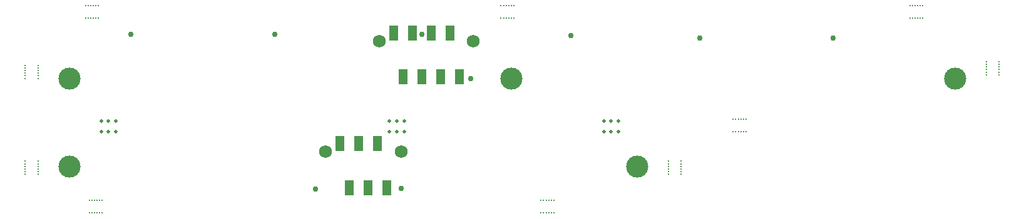
<source format=gbs>
G75*
%MOIN*%
%OFA0B0*%
%FSLAX25Y25*%
%IPPOS*%
%LPD*%
%AMOC8*
5,1,8,0,0,1.08239X$1,22.5*
%
%ADD10C,0.01969*%
%ADD11C,0.00984*%
%ADD12R,0.04700X0.07900*%
%ADD13C,0.06900*%
%ADD14C,0.11811*%
%ADD15C,0.02953*%
D10*
X0072272Y0116761D03*
X0076209Y0116761D03*
X0080146Y0116761D03*
X0080146Y0122272D03*
X0076209Y0122272D03*
X0072272Y0122272D03*
X0225816Y0122272D03*
X0229753Y0122272D03*
X0233690Y0122272D03*
X0233690Y0116761D03*
X0229753Y0116761D03*
X0225816Y0116761D03*
X0339989Y0116761D03*
X0343926Y0116761D03*
X0347863Y0116761D03*
X0347863Y0122272D03*
X0343926Y0122272D03*
X0339989Y0122272D03*
D11*
X0065973Y0073257D03*
X0067351Y0073257D03*
X0068729Y0073257D03*
X0070107Y0073257D03*
X0071485Y0073257D03*
X0072863Y0073257D03*
X0072863Y0079950D03*
X0071485Y0079950D03*
X0070107Y0079950D03*
X0068729Y0079950D03*
X0067351Y0079950D03*
X0065973Y0079950D03*
X0038611Y0093926D03*
X0038611Y0095304D03*
X0038611Y0096682D03*
X0038611Y0098060D03*
X0038611Y0099438D03*
X0038611Y0100816D03*
X0031918Y0100816D03*
X0031918Y0099438D03*
X0031918Y0098060D03*
X0031918Y0096682D03*
X0031918Y0095304D03*
X0031918Y0093926D03*
X0031918Y0145107D03*
X0031918Y0146485D03*
X0031918Y0147863D03*
X0031918Y0149241D03*
X0031918Y0150619D03*
X0031918Y0151997D03*
X0038611Y0151997D03*
X0038611Y0150619D03*
X0038611Y0149241D03*
X0038611Y0147863D03*
X0038611Y0146485D03*
X0038611Y0145107D03*
X0064005Y0177194D03*
X0065383Y0177194D03*
X0066761Y0177194D03*
X0068139Y0177194D03*
X0069517Y0177194D03*
X0070894Y0177194D03*
X0070894Y0183887D03*
X0069517Y0183887D03*
X0068139Y0183887D03*
X0066761Y0183887D03*
X0065383Y0183887D03*
X0064005Y0183887D03*
X0285265Y0183887D03*
X0286643Y0183887D03*
X0288020Y0183887D03*
X0289398Y0183887D03*
X0290776Y0183887D03*
X0292154Y0183887D03*
X0292154Y0177194D03*
X0290776Y0177194D03*
X0289398Y0177194D03*
X0288020Y0177194D03*
X0286643Y0177194D03*
X0285265Y0177194D03*
X0408887Y0123257D03*
X0410265Y0123257D03*
X0411643Y0123257D03*
X0413020Y0123257D03*
X0414398Y0123257D03*
X0415776Y0123257D03*
X0415776Y0116564D03*
X0414398Y0116564D03*
X0413020Y0116564D03*
X0411643Y0116564D03*
X0410265Y0116564D03*
X0408887Y0116564D03*
X0381131Y0100816D03*
X0381131Y0099438D03*
X0381131Y0098060D03*
X0381131Y0096682D03*
X0381131Y0095304D03*
X0381131Y0093926D03*
X0374438Y0093926D03*
X0374438Y0095304D03*
X0374438Y0096682D03*
X0374438Y0098060D03*
X0374438Y0099438D03*
X0374438Y0100816D03*
X0313414Y0079950D03*
X0312036Y0079950D03*
X0310658Y0079950D03*
X0309280Y0079950D03*
X0307902Y0079950D03*
X0306524Y0079950D03*
X0306524Y0073257D03*
X0307902Y0073257D03*
X0309280Y0073257D03*
X0310658Y0073257D03*
X0312036Y0073257D03*
X0313414Y0073257D03*
X0543729Y0147076D03*
X0543729Y0148454D03*
X0543729Y0149831D03*
X0543729Y0151209D03*
X0543729Y0152587D03*
X0543729Y0153965D03*
X0550422Y0153965D03*
X0550422Y0152587D03*
X0550422Y0151209D03*
X0550422Y0149831D03*
X0550422Y0148454D03*
X0550422Y0147076D03*
X0509871Y0177194D03*
X0508493Y0177194D03*
X0507115Y0177194D03*
X0505737Y0177194D03*
X0504359Y0177194D03*
X0502981Y0177194D03*
X0502981Y0183887D03*
X0504359Y0183887D03*
X0505737Y0183887D03*
X0507115Y0183887D03*
X0508493Y0183887D03*
X0509871Y0183887D03*
D12*
X0263001Y0145818D03*
X0253001Y0145818D03*
X0243001Y0145818D03*
X0233001Y0145818D03*
X0238001Y0169418D03*
X0248001Y0169418D03*
X0258001Y0169418D03*
X0228001Y0169418D03*
X0219536Y0110363D03*
X0209536Y0110363D03*
X0199536Y0110363D03*
X0204536Y0086763D03*
X0214536Y0086763D03*
X0224536Y0086763D03*
D13*
X0232136Y0106063D03*
X0191936Y0106063D03*
X0220401Y0165118D03*
X0270601Y0165118D03*
D14*
X0290776Y0145107D03*
X0357706Y0097863D03*
X0526997Y0145107D03*
X0055343Y0145107D03*
X0055343Y0097863D03*
D15*
X0186446Y0086052D03*
X0232115Y0086446D03*
X0269123Y0145107D03*
X0243032Y0168603D03*
X0164792Y0168603D03*
X0088020Y0168603D03*
X0322272Y0168103D03*
X0391170Y0166761D03*
X0462036Y0166761D03*
M02*

</source>
